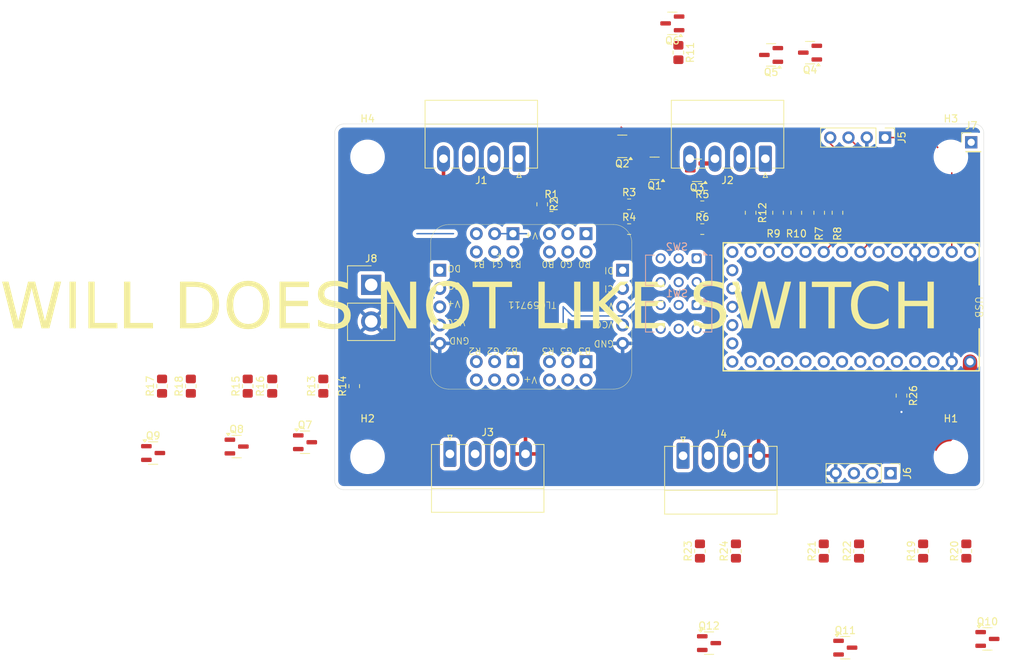
<source format=kicad_pcb>
(kicad_pcb (version 20241229) (generator "pcbnew") (generator_version "9.0")
  (layers (0 "F.Cu" signal) (2 "B.Cu" signal) (13 "F.Paste" user) (15 "B.Paste" user) (5 "F.SilkS" user "F.Silkscreen") (7 "B.SilkS" user "B.Silkscreen") (1 "F.Mask" user) (3 "B.Mask" user) (25 "Edge.Cuts" user))
  (net 0 "")
  (net 1 "Net-(Q1-G)")
  (net 2 "GND")
  (net 3 "Net-(Q2-G)")
  (net 4 "Net-(Q3-G)")
  (net 5 "Net-(Q4-G)")
  (net 6 "Net-(Q5-G)")
  (net 7 "Net-(Q6-G)")
  (net 8 "Net-(Q7-G)")
  (net 9 "Net-(Q8-G)")
  (net 10 "Net-(Q9-G)")
  (net 11 "Net-(Q10-G)")
  (net 12 "Net-(Q11-G)")
  (net 13 "Net-(Q12-G)")
  (net 14 "/SR0")
  (net 15 "/SG0")
  (net 16 "/SB0")
  (net 17 "EN")
  (net 18 "Net-(J1-G)")
  (net 19 "Net-(J1-R)")
  (net 20 "/SB1")
  (net 21 "/SG1")
  (net 22 "/SR1")
  (net 23 "/SB2")
  (net 24 "/SG2")
  (net 25 "/SR2")
  (net 26 "/SB3")
  (net 27 "/SG3")
  (net 28 "/SR3")
  (net 29 "Net-(J1-B)")
  (net 30 "Net-(J6-Vcc)")
  (net 31 "Net-(J6-CI)")
  (net 32 "Net-(J6-DI)")
  (net 33 "Net-(J2-B)")
  (net 34 "Net-(J2-G)")
  (net 35 "Net-(J2-R)")
  (net 36 "Net-(J3-B)")
  (net 37 "Net-(J3-G)")
  (net 38 "/MOSI")
  (net 39 "Net-(J3-R)")
  (net 40 "Net-(J4-B)")
  (net 41 "Net-(J4-G)")
  (net 42 "+5V")
  (net 43 "Net-(J4-R)")
  (net 45 "+12V")
  (net 46 "Net-(U1-V+)")
  (net 47 "Net-(U1-DI)")
  (net 48 "Net-(U1-CI)")
  (net 49 "/SCK")
  (net 52 "Net-(J5-Speed)")
  (net 59 "Net-(J5-Bright)")
  (net 66 "Net-(J7-Pin_1)")
  (footprint "Resistor_SMD:R_0805_2012Metric_Pad1.20x1.40mm_HandSolder" (layer "F.Cu") (at 141.86 87.36 -90)
    (property "Reference" "R2" (at 0 -1.65 270) (layer "F.SilkS"))
    (property "Value" "5.1K")
    (pad "1" smd roundrect (at -1 0 270) (size 1.2 1.4) (layers "F.Cu" "F.Mask" "F.Paste") (roundrect_rratio 0.208333) (net 1 "Net-(Q1-G)"))
    (pad "2" smd roundrect (at 1 0 270) (size 1.2 1.4) (layers "F.Cu" "F.Mask" "F.Paste") (roundrect_rratio 0.208333) (net 17 "EN"))
  )
  (footprint "Package_TO_SOT_SMD:SOT-23" (layer "F.Cu") (at 87.8175 121.91)
    (property "Reference" "Q9" (at 0 -2.4 0) (layer "F.SilkS"))
    (property "Value" "DMN13H750S")
    (pad "1" smd roundrect (at -0.9375 -0.95) (size 1.475 0.6) (layers "F.Cu" "F.Mask" "F.Paste") (net 10 "Net-(Q9-G)"))
    (pad "2" smd roundrect (at -0.9375 0.95) (size 1.475 0.6) (layers "F.Cu" "F.Mask" "F.Paste") (net 2 "GND"))
    (pad "3" smd roundrect (at 0.9375 0) (size 1.475 0.6) (layers "F.Cu" "F.Mask" "F.Paste") (net 39 "Net-(J3-R)"))
  )
  (footprint "Connector_Phoenix_MC:PhoenixContact_MC_1,5_4-G-3.5_1x04_P3.50mm_Horizontal" (layer "F.Cu") (at 129.044 122.0355)
    (property "Reference" "J3" (at 5.25 -3 0) (layer "F.SilkS"))
    (property "Value" "LED Strip")
    (pad "1" thru_hole roundrect (at 0 0) (size 1.8 3.6) (drill 1.2) (layers "*.Cu" "*.Mask") (roundrect_rratio 0.138889) (net 39 "Net-(J3-R)"))
    (pad "2" thru_hole oval (at 3.5 0) (size 1.8 3.6) (drill 1.2) (layers "*.Cu" "*.Mask") (net 37 "Net-(J3-G)"))
    (pad "3" thru_hole oval (at 7 0) (size 1.8 3.6) (drill 1.2) (layers "*.Cu" "*.Mask") (net 36 "Net-(J3-B)"))
    (pad "4" thru_hole oval (at 10.5 0) (size 1.8 3.6) (drill 1.2) (layers "*.Cu" "*.Mask") (net 45 "+12V"))
  )
  (footprint "Resistor_SMD:R_0805_2012Metric_Pad1.20x1.40mm_HandSolder" (layer "F.Cu") (at 168.775 135.525 90)
    (property "Reference" "R24" (at 0 -1.65 90) (layer "F.SilkS"))
    (property "Value" "5.1K")
    (pad "1" smd roundrect (at -1 0 90) (size 1.2 1.4) (layers "F.Cu" "F.Mask" "F.Paste") (roundrect_rratio 0.208333) (net 13 "Net-(Q12-G)"))
    (pad "2" smd roundrect (at 1 0 90) (size 1.2 1.4) (layers "F.Cu" "F.Mask" "F.Paste") (roundrect_rratio 0.208333) (net 17 "EN"))
  )
  (footprint "MountingHole:MountingHole_4.3mm_M4" (layer "F.Cu") (at 198.628 80.772)
    (property "Reference" "H3" (at 0 -5.3 0) (layer "F.SilkS"))
    (property "Value" "MountingHole")
    (pad "" np_thru_hole circle (at 0 0) (size 4.3 4.3) (drill 4.3) (layers "*.Cu" "*.Mask"))
  )
  (footprint "Resistor_SMD:R_0805_2012Metric_Pad1.20x1.40mm_HandSolder" (layer "F.Cu") (at 182.88 88.535 -90)
    (property "Reference" "R8" (at 2.905 0 270) (layer "F.SilkS"))
    (property "Value" "5.1K")
    (pad "1" smd roundrect (at -1 0 270) (size 1.2 1.4) (layers "F.Cu" "F.Mask" "F.Paste") (roundrect_rratio 0.208333) (net 5 "Net-(Q4-G)"))
    (pad "2" smd roundrect (at 1 0 270) (size 1.2 1.4) (layers "F.Cu" "F.Mask" "F.Paste") (roundrect_rratio 0.208333) (net 17 "EN"))
  )
  (footprint "Resistor_SMD:R_0805_2012Metric_Pad1.20x1.40mm_HandSolder" (layer "F.Cu") (at 180.975 135.525 90)
    (property "Reference" "R21" (at 0 -1.65 90) (layer "F.SilkS"))
    (property "Value" "1K")
    (pad "1" smd roundrect (at -1 0 90) (size 1.2 1.4) (layers "F.Cu" "F.Mask" "F.Paste") (roundrect_rratio 0.208333) (net 12 "Net-(Q11-G)"))
    (pad "2" smd roundrect (at 1 0 90) (size 1.2 1.4) (layers "F.Cu" "F.Mask" "F.Paste") (roundrect_rratio 0.208333) (net 27 "/SG3"))
  )
  (footprint "Resistor_SMD:R_0805_2012Metric_Pad1.20x1.40mm_HandSolder" (layer "F.Cu") (at 93.0575 112.62 90)
    (property "Reference" "R18" (at 0 -1.65 90) (layer "F.SilkS"))
    (property "Value" "5.1K")
    (pad "1" smd roundrect (at -1 0 90) (size 1.2 1.4) (layers "F.Cu" "F.Mask" "F.Paste") (roundrect_rratio 0.208333) (net 10 "Net-(Q9-G)"))
    (pad "2" smd roundrect (at 1 0 90) (size 1.2 1.4) (layers "F.Cu" "F.Mask" "F.Paste") (roundrect_rratio 0.208333) (net 17 "EN"))
  )
  (footprint "Resistor_SMD:R_0805_2012Metric_Pad1.20x1.40mm_HandSolder" (layer "F.Cu") (at 104.3575 112.62 90)
    (property "Reference" "R16" (at 0 -1.65 90) (layer "F.SilkS"))
    (property "Value" "5.1K")
    (pad "1" smd roundrect (at -1 0 90) (size 1.2 1.4) (layers "F.Cu" "F.Mask" "F.Paste") (roundrect_rratio 0.208333) (net 9 "Net-(Q8-G)"))
    (pad "2" smd roundrect (at 1 0 90) (size 1.2 1.4) (layers "F.Cu" "F.Mask" "F.Paste") (roundrect_rratio 0.208333) (net 17 "EN"))
  )
  (footprint "Package_TO_SOT_SMD:SOT-23" (layer "F.Cu") (at 203.705 147.735)
    (property "Reference" "Q10" (at 0 -2.4 0) (layer "F.SilkS"))
    (property "Value" "DMN13H750S")
    (pad "1" smd roundrect (at -0.9375 -0.95) (size 1.475 0.6) (layers "F.Cu" "F.Mask" "F.Paste") (net 11 "Net-(Q10-G)"))
    (pad "2" smd roundrect (at -0.9375 0.95) (size 1.475 0.6) (layers "F.Cu" "F.Mask" "F.Paste") (net 2 "GND"))
    (pad "3" smd roundrect (at 0.9375 0) (size 1.475 0.6) (layers "F.Cu" "F.Mask" "F.Paste") (net 40 "Net-(J4-B)"))
  )
  (footprint "Resistor_SMD:R_0805_2012Metric_Pad1.20x1.40mm_HandSolder" (layer "F.Cu") (at 174.625 88.535 -90)
    (property "Reference" "R9" (at 2.905 0.635 180) (layer "F.SilkS"))
    (property "Value" "1K")
    (pad "1" smd roundrect (at -1 0 270) (size 1.2 1.4) (layers "F.Cu" "F.Mask" "F.Paste") (roundrect_rratio 0.208333) (net 6 "Net-(Q5-G)"))
    (pad "2" smd roundrect (at 1 0 270) (size 1.2 1.4) (layers "F.Cu" "F.Mask" "F.Paste") (roundrect_rratio 0.208333) (net 21 "/SG1"))
  )
  (footprint "Resistor_SMD:R_0805_2012Metric_Pad1.20x1.40mm_HandSolder" (layer "F.Cu") (at 115.7575 112.62 90)
    (property "Reference" "R14" (at 0 -1.65 90) (layer "F.SilkS"))
    (property "Value" "5.1K")
    (pad "1" smd roundrect (at -1 0 90) (size 1.2 1.4) (layers "F.Cu" "F.Mask" "F.Paste") (roundrect_rratio 0.208333) (net 8 "Net-(Q7-G)"))
    (pad "2" smd roundrect (at 1 0 90) (size 1.2 1.4) (layers "F.Cu" "F.Mask" "F.Paste") (roundrect_rratio 0.208333) (net 17 "EN"))
  )
  (footprint "Package_TO_SOT_SMD:SOT-23" (layer "F.Cu") (at 99.4175 121.01)
    (property "Reference" "Q8" (at 0 -2.4 0) (layer "F.SilkS"))
    (property "Value" "DMN13H750S")
    (pad "1" smd roundrect (at -0.9375 -0.95) (size 1.475 0.6) (layers "F.Cu" "F.Mask" "F.Paste") (net 9 "Net-(Q8-G)"))
    (pad "2" smd roundrect (at -0.9375 0.95) (size 1.475 0.6) (layers "F.Cu" "F.Mask" "F.Paste") (net 2 "GND"))
    (pad "3" smd roundrect (at 0.9375 0) (size 1.475 0.6) (layers "F.Cu" "F.Mask" "F.Paste") (net 37 "Net-(J3-G)"))
  )
  (footprint "Resistor_SMD:R_0805_2012Metric_Pad1.20x1.40mm_HandSolder" (layer "F.Cu") (at 100.9575 112.62 90)
    (property "Reference" "R15" (at 0 -1.65 90) (layer "F.SilkS"))
    (property "Value" "1K")
    (pad "1" smd roundrect (at -1 0 90) (size 1.2 1.4) (layers "F.Cu" "F.Mask" "F.Paste") (roundrect_rratio 0.208333) (net 9 "Net-(Q8-G)"))
    (pad "2" smd roundrect (at 1 0 90) (size 1.2 1.4) (layers "F.Cu" "F.Mask" "F.Paste") (roundrect_rratio 0.208333) (net 24 "/SG2"))
  )
  (footprint "Package_TO_SOT_SMD:SOT-23" (layer "F.Cu") (at 152.9865 79.314 180)
    (property "Reference" "Q2" (at 0 -2.4 180) (layer "F.SilkS"))
    (property "Value" "DMN13H750S")
    (pad "1" smd roundrect (at -0.9375 -0.95 180) (size 1.475 0.6) (layers "F.Cu" "F.Mask" "F.Paste") (net 3 "Net-(Q2-G)"))
    (pad "2" smd roundrect (at -0.9375 0.95 180) (size 1.475 0.6) (layers "F.Cu" "F.Mask" "F.Paste") (net 2 "GND"))
    (pad "3" smd roundrect (at 0.9375 0 180) (size 1.475 0.6) (layers "F.Cu" "F.Mask" "F.Paste") (net 18 "Net-(J1-G)"))
  )
  (footprint "Connector_Samtec_HPM_THT:Samtec_HPM-02-01-x-S_Straight_1x02_Pitch5.08mm" (layer "F.Cu") (at 118.11 98.552)
    (property "Reference" "J8" (at 0 -3.65 0) (layer "F.SilkS"))
    (property "Value" "Power")
    (pad "1" thru_hole rect (at 0 0) (size 2.8 2.8) (drill 1.75) (layers "*.Cu" "*.Mask") (net 45 "+12V"))
    (pad "2" thru_hole circle (at 0 5.08) (size 2.8 2.8) (drill 1.75) (layers "*.Cu" "*.Mask") (net 2 "GND"))
  )
  (footprint "Resistor_SMD:R_0805_2012Metric_Pad1.20x1.40mm_HandSolder" (layer "F.Cu") (at 191.77 113.935 -90)
    (property "Reference" "R26" (at 0 -1.65 90) (layer "F.SilkS"))
    (property "Value" "10K")
    (pad "1" smd roundrect (at -1 0 270) (size 1.2 1.4) (layers "F.Cu" "F.Mask" "F.Paste") (roundrect_rratio 0.208333) (net 17 "EN"))
    (pad "2" smd roundrect (at 1 0 270) (size 1.2 1.4) (layers "F.Cu" "F.Mask" "F.Paste") (roundrect_rratio 0.208333) (net 2 "GND"))
  )
  (footprint "Resistor_SMD:R_0805_2012Metric_Pad1.20x1.40mm_HandSolder" (layer "F.Cu") (at 111.4575 112.62 90)
    (property "Reference" "R13" (at 0 -1.65 90) (layer "F.SilkS"))
    (property "Value" "1K")
    (pad "1" smd roundrect (at -1 0 90) (size 1.2 1.4) (layers "F.Cu" "F.Mask" "F.Paste") (roundrect_rratio 0.208333) (net 8 "Net-(Q7-G)"))
    (pad "2" smd roundrect (at 1 0 90) (size 1.2 1.4) (layers "F.Cu" "F.Mask" "F.Paste") (roundrect_rratio 0.208333) (net 23 "/SB2"))
  )
  (footprint "Resistor_SMD:R_0805_2012Metric_Pad1.20x1.40mm_HandSolder" (layer "F.Cu") (at 200.775 135.525 90)
    (property "Reference" "R20" (at 0 -1.65 90) (layer "F.SilkS"))
    (property "Value" "5.1K")
    (pad "1" smd roundrect (at -1 0 90) (size 1.2 1.4) (layers "F.Cu" "F.Mask" "F.Paste") (roundrect_rratio 0.208333) (net 11 "Net-(Q10-G)"))
    (pad "2" smd roundrect (at 1 0 90) (size 1.2 1.4) (layers "F.Cu" "F.Mask" "F.Paste") (roundrect_rratio 0.208333) (net 17 "EN"))
  )
  (footprint "Connector_Phoenix_MC:PhoenixContact_MC_1,5_4-G-3.5_1x04_P3.50mm_Horizontal" (layer "F.Cu") (at 161.429 122.2895)
    (property "Reference" "J4" (at 5.25 -3 0) (layer "F.SilkS"))
    (property "Value" "LED Strip")
    (pad "1" thru_hole roundrect (at 0 0) (size 1.8 3.6) (drill 1.2) (layers "*.Cu" "*.Mask") (roundrect_rratio 0.138889) (net 43 "Net-(J4-R)"))
    (pad "2" thru_hole oval (at 3.5 0) (size 1.8 3.6) (drill 1.2) (layers "*.Cu" "*.Mask") (net 41 "Net-(J4-G)"))
    (pad "3" thru_hole oval (at 7 0) (size 1.8 3.6) (drill 1.2) (layers "*.Cu" "*.Mask") (net 40 "Net-(J4-B)"))
    (pad "4" thru_hole oval (at 10.5 0) (size 1.8 3.6) (drill 1.2) (layers "*.Cu" "*.Mask") (net 45 "+12V"))
  )
  (footprint "Connector_Phoenix_MC:PhoenixContact_MC_1,5_4-G-3.5_1x04_P3.50mm_Horizontal" (layer "F.Cu") (at 172.859 81.026 180)
    (property "Reference" "J2" (at 5.25 -3 0) (layer "F.SilkS"))
    (property "Value" "LED Strip")
    (pad "1" thru_hole roundrect (at 0 0 180) (size 1.8 3.6) (drill 1.2) (layers "*.Cu" "*.Mask") (roundrect_rratio 0.138889) (net 35 "Net-(J2-R)"))
    (pad "2" thru_hole oval (at 3.5 0 180) (size 1.8 3.6) (drill 1.2) (layers "*.Cu" "*.Mask") (net 34 "Net-(J2-G)"))
    (pad "3" thru_hole oval (at 7 0 180) (size 1.8 3.6) (drill 1.2) (layers "*.Cu" "*.Mask") (net 33 "Net-(J2-B)"))
    (pad "4" thru_hole oval (at 10.5 0 180) (size 1.8 3.6) (drill 1.2) (layers "*.Cu" "*.Mask") (net 45 "+12V"))
  )
  (footprint "Package_TO_SOT_SMD:SOT-23" (layer "F.Cu") (at 179.07 66.294 180)
    (property "Reference" "Q4" (at 0 -2.4 180) (layer "F.SilkS"))
    (property "Value" "DMN13H750S")
    (pad "1" smd roundrect (at -0.9375 -0.95 180) (size 1.475 0.6) (layers "F.Cu" "F.Mask" "F.Paste") (net 5 "Net-(Q4-G)"))
    (pad "2" smd roundrect (at -0.9375 0.95 180) (size 1.475 0.6) (layers "F.Cu" "F.Mask" "F.Paste") (net 2 "GND"))
    (pad "3" smd roundrect (at 0.9375 0 180) (size 1.475 0.6) (layers "F.Cu" "F.Mask" "F.Paste") (net 33 "Net-(J2-B)"))
  )
  (footprint "MountingHole:MountingHole_4.3mm_M4" (layer "F.Cu") (at 117.602 80.772)
    (property "Reference" "H4" (at 0 -5.3 0) (layer "F.SilkS"))
    (property "Value" "MountingHole")
    (pad "" np_thru_hole circle (at 0 0) (size 4.3 4.3) (drill 4.3) (layers "*.Cu" "*.Mask"))
  )
  (footprint "Resistor_SMD:R_0805_2012Metric_Pad1.20x1.40mm_HandSolder" (layer "F.Cu") (at 170.815 88.535 -90)
    (property "Reference" "R12" (at 0 -1.65 270) (layer "F.SilkS"))
    (property "Value" "5.1K")
    (pad "1" smd roundrect (at -1 0 270) (size 1.2 1.4) (layers "F.Cu" "F.Mask" "F.Paste") (roundrect_rratio 0.208333) (net 7 "Net-(Q6-G)"))
    (pad "2" smd roundrect (at 1 0 270) (size 1.2 1.4) (layers "F.Cu" "F.Mask" "F.Paste") (roundrect_rratio 0.208333) (net 17 "EN"))
  )
  (footprint "Connector_PinHeader_2.54mm:PinHeader_1x04_P2.54mm_Vertical" (layer "F.Cu") (at 189.490393 78.089113 -90)
    (property "Reference" "J5" (at 0 -2.33 90) (layer "F.SilkS"))
    (property "Value" "Control")
    (pad "1" thru_hole rect (at 0 0 270) (size 1.7 1.7) (drill 1) (layers "*.Cu" "*.Mask") (net 42 "+5V"))
    (pad "2" thru_hole oval (at 0 2.54 270) (size 1.7 1.7) (drill 1) (layers "*.Cu" "*.Mask") (net 2 "GND"))
    (pad "3" thru_hole oval (at 0 5.08 270) (size 1.7 1.7) (drill 1) (layers "*.Cu" "*.Mask") (net 59 "Net-(J5-Bright)"))
    (pad "4" thru_hole oval (at 0 7.62 270) (size 1.7 1.7) (drill 1) (layers "*.Cu" "*.Mask") (net 52 "Net-(J5-Speed)"))
  )
  (footprint "Connector_PinHeader_2.54mm:PinHeader_1x01_P2.54mm_Vertical" (layer "F.Cu") (at 201.455 78.75)
    (property "Reference" "J7" (at 0 -2.33 0) (layer "F.SilkS"))
    (property "Value" "Ant")
    (pad "1" thru_hole rect (at 0 0) (size 1.7 1.7) (drill 1) (layers "*.Cu" "*.Mask") (net 66 "Net-(J7-Pin_1)"))
  )
  (footprint "Connector_PinHeader_2.54mm:PinHeader_1x04_P2.54mm_Vertical" (layer "F.Cu") (at 190.246 124.714 -90)
    (property "Reference" "J6" (at 0 -2.33 90) (layer "F.SilkS"))
    (property "Value" "SPI_INPUT_HEADER")
    (pad "1" thru_hole rect (at 0 0 270) (size 1.7 1.7) (drill 1) (layers "*.Cu" "*.Mask") (net 32 "Net-(J6-DI)"))
    (pad "2" thru_hole oval (at 0 2.54 270) (size 1.7 1.7) (drill 1) (layers "*.Cu" "*.Mask") (net 31 "Net-(J6-CI)"))
    (pad "3" thru_hole oval (at 0 5.08 270) (size 1.7 1.7) (drill 1) (layers "*.Cu" "*.Mask") (net 30 "Net-(J6-Vcc)"))
    (pad "4" thru_hole oval (at 0 7.62 270) (size 1.7 1.7) (drill 1) (layers "*.Cu" "*.Mask") (net 2 "GND"))
  )
  (footprint "Connector_Phoenix_MC:PhoenixContact_MC_1,5_4-G-3.5_1x04_P3.50mm_Horizontal" (layer "F.Cu") (at 138.655 81.026 180)
    (property "Reference" "J1" (at 5.25 -3 180) (layer "F.SilkS"))
    (property "Value" "LED Strip")
    (pad "1" thru_hole roundrect (at 0 0 180) (size 1.8 3.6) (drill 1.2) (layers "*.Cu" "*.Mask") (roundrect_rratio 0.138889) (net 19 "Net-(J1-R)"))
    (pad "2" thru_hole oval (at 3.5 0 180) (size 1.8 3.6) (drill 1.2) (layers "*.Cu" "*.Mask") (net 18 "Net-(J1-G)"))
    (pad "3" thru_hole oval (at 7 0 180) (size 1.8 3.6) (drill 1.2) (layers "*.Cu" "*.Mask") (net 29 "Net-(J1-B)"))
    (pad "4" thru_hole oval (at 10.5 0 180) (size 1.8 3.6) (drill 1.2) (layers "*.Cu" "*.Mask") (net 45 "+12V"))
  )
  (footprint "Package_TO_SOT_SMD:SOT-23" (layer "F.Cu") (at 183.965 148.945)
    (property "Reference" "Q11" (at 0 -2.4 0) (layer "F.SilkS"))
    (property "Value" "DMN13H750S")
    (pad "1" smd roundrect (at -0.9375 -0.95) (size 1.475 0.6) (layers "F.Cu" "F.Mask" "F.Paste") (net 12 "Net-(Q11-G)"))
    (pad "2" smd roundrect (at -0.9375 0.95) (size 1.475 0.6) (layers "F.Cu" "F.Mask" "F.Paste") (net 2 "GND"))
    (pad "3" smd roundrect (at 0.9375 0) (size 1.475 0.6) (layers "F.Cu" "F.Mask" "F.Paste") (net 41 "Net-(J4-G)"))
  )
  (footprint "MountingHole:MountingHole_4.3mm_M4" (layer "F.Cu") (at 117.602 122.428)
    (property "Reference" "H2" (at 0 -5.3 0) (layer "F.SilkS"))
    (property "Value" "MountingHole")
    (pad "" np_thru_hole circle (at 0 0) (size 4.3 4.3) (drill 4.3) (layers "*.Cu" "*.Mask"))
  )
  (footprint "Resistor_SMD:R_0805_2012Metric_Pad1.20x1.40mm_HandSolder" (layer "F.Cu") (at 164.1 90.805)
    (property "Reference" "R6" (at 0 -1.65 0) (layer "F.SilkS"))
    (property "Value" "5.1K")
    (pad "1" smd roundrect (at -1 0) (size 1.2 1.4) (layers "F.Cu" "F.Mask" "F.Paste") (roundrect_rratio 0.208333) (net 4 "Net-(Q3-G)"))
    (pad "2" smd roundrect (at 1 0) (size 1.2 1.4) (layers "F.Cu" "F.Mask" "F.Paste") (roundrect_rratio 0.208333) (net 17 "EN"))
  )
  (footprint "Package_TO_SOT_SMD:SOT-23" (layer "F.Cu") (at 163.37 82.64 180)
    (property "Reference" "Q3" (at 0 -2.4 180) (layer "F.SilkS"))
    (property "Value" "DMN13H750S")
    (pad "1" smd roundrect (at -0.9375 -0.95 180) (size 1.475 0.6) (layers "F.Cu" "F.Mask" "F.Paste") (net 4 "Net-(Q3-G)"))
    (pad "2" smd roundrect (at -0.9375 0.95 180) (size 1.475 0.6) (layers "F.Cu" "F.Mask" "F.Paste") (net 2 "GND"))
    (pad "3" smd roundrect (at 0.9375 0 180) (size 1.475 0.6) (layers "F.Cu" "F.Mask" "F.Paste") (net 19 "Net-(J1-R)"))
  )
  (footprint "Resistor_SMD:R_0805_2012Metric_Pad1.20x1.40mm_HandSolder" (layer "F.Cu") (at 153.94 90.805)
    (property "Reference" "R4" (at 0 -1.65 0) (layer "F.SilkS"))
    (property "Value" "5.1K")
    (pad "1" smd roundrect (at -1 0) (size 1.2 1.4) (layers "F.Cu" "F.Mask" "F.Paste") (roundrect_rratio 0.208333) (net 3 "Net-(Q2-G)"))
    (pad "2" smd roundrect (at 1 0) (size 1.2 1.4) (layers "F.Cu" "F.Mask" "F.Paste") (roundrect_rratio 0.208333) (net 17 "EN"))
  )
  (footprint "Resistor_SMD:R_0805_2012Metric_Pad1.20x1.40mm_HandSolder" (layer "F.Cu") (at 153.94 87.36)
    (property "Reference" "R3" (at 0 -1.65 0) (layer "F.SilkS"))
    (property "Value" "1K")
    (pad "1" smd roundrect (at -1 0) (size 1.2 1.4) (layers "F.Cu" "F.Mask" "F.Paste") (roundrect_rratio 0.208333) (net 3 "Net-(Q2-G)"))
    (pad "2" smd roundrect (at 1 0) (size 1.2 1.4) (layers "F.Cu" "F.Mask" "F.Paste") (roundrect_rratio 0.208333) (net 15 "/SG0"))
  )
  (footprint "Resistor_SMD:R_0805_2012Metric_Pad1.20x1.40mm_HandSolder" (layer "F.Cu") (at 180.34 88.535 -90)
    (property "Reference" "R7" (at 2.905 0 270) (layer "F.SilkS"))
    (property "Value" "1K")
    (pad "1" smd roundrect (at -1 0 270) (size 1.2 1.4) (layers "F.Cu" "F.Mask" "F.Paste") (roundrect_rratio 0.208333) (net 5 "Net-(Q4-G)"))
    (pad "2" smd roundrect (at 1 0 270) (size 1.2 1.4) (layers "F.Cu" "F.Mask" "F.Paste") (roundrect_rratio 0.208333) (net 20 "/SB1"))
  )
  (footprint "Resistor_SMD:R_0805_2012Metric_Pad1.20x1.40mm_HandSolder" (layer "F.Cu") (at 164.1 87.63)
    (property "Reference" "R5" (at 0 -1.65 0) (layer "F.SilkS"))
    (property "Value" "1K")
    (pad "1" smd roundrect (at -1 0) (size 1.2 1.4) (layers "F.Cu" "F.Mask" "F.Paste") (roundrect_rratio 0.208333) (net 4 "Net-(Q3-G)"))
    (pad "2" smd roundrect (at 1 0) (size 1.2 1.4) (layers "F.Cu" "F.Mask" "F.Paste") (roundrect_rratio 0.208333) (net 14 "/SR0"))
  )
  (footprint "Package_TO_SOT_SMD:SOT-23" (layer "F.Cu") (at 173.6575 66.614 180)
    (property "Reference" "Q5" (at 0 -2.4 180) (layer "F.SilkS"))
    (property "Value" "DMN13H750S")
    (pad "1" smd roundrect (at -0.9375 -0.95 180) (size 1.475 0.6) (layers "F.Cu" "F.Mask" "F.Paste") (net 6 "Net-(Q5-G)"))
    (pad "2" smd roundrect (at -0.9375 0.95 180) (size 1.475 0.6) (layers "F.Cu" "F.Mask" "F.Paste") (net 2 "GND"))
    (pad "3" smd roundrect (at 0.9375 0 180) (size 1.475 0.6) (layers "F.Cu" "F.Mask" "F.Paste") (net 34 "Net-(J2-G)"))
  )
  (footprint "will:Itsy_bitsy_32u4" (layer "F.Cu") (at 184.785 101.6 -90)
    (property "Reference" "U2" (hide yes))
    (property "Value" "ITSY_BITSY_32U4")
    (fp_text user "USB" (at -1.524 -17.145 270) (layer "F.SilkS") (effects (font (thickness 0.1)) (justify left bottom)))
    (pad "1" thru_hole circle (at -7.62 -16.51 270) (size 1.6764 1.6764) (drill 1) (layers "*.Cu" "*.Mask"))
    (pad "2" thru_hole circle (at -7.62 -13.97 270) (size 1.6764 1.6764) (drill 1) (layers "*.Cu" "*.Mask") (net 42 "+5V"))
    (pad "3" thru_hole circle (at -7.62 -11.43 270) (size 1.6764 1.6764) (drill 1) (layers "*.Cu" "*.Mask"))
    (pad "4" thru_hole circle (at -7.62 -8.89 270) (size 1.6764 1.6764) (drill 1) (layers "*.Cu" "*.Mask") (net 2 "GND"))
    (pad "5" thru_hole circle (at -7.62 -6.35 270) (size 1.6764 1.6764) (drill 1) (layers "*.Cu" "*.Mask") (net 66 "Net-(J7-Pin_1)"))
    (pad "6" thru_hole circle (at -7.62 -3.81 270) (size 1.6764 1.6764) (drill 1) (layers "*.Cu" "*.Mask"))
    (pad "7" thru_hole circle (at -7.62 -1.27 270) (size 1.6764 1.6764) (drill 1) (layers "*.Cu" "*.Mask") (net 59 "Net-(J5-Bright)"))
    (pad "8" thru_hole circle (at -7.62 1.27 270) (size 1.6764 1.6764) (drill 1) (layers "*.Cu" "*.Mask"))
    (pad "9" thru_hole circle (at -7.62 3.81 270) (size 1.6764 1.6764) (drill 1) (layers "*.Cu" "*.Mask") (net 52 "Net-(J5-Speed)"))
    (pad "10" thru_hole circle (at -7.62 6.35 270) (size 1.6764 1.6764) (drill 1) (layers "*.Cu" "*.Mask"))
    (pad "11" thru_hole circle (at -7.62 8.89 270) (size 1.6764 1.6764) (drill 1) (layers "*.Cu" "*.Mask") (net 49 "/SCK"))
    (pad "12" thru_hole circle (at -7.62 11.43 270) (size 1.6764 1.6764) (drill 1) (layers "*.Cu" "*.Mask") (net 38 "/MOSI"))
    (pad "13" thru_hole circle (at -7.62 13.97 270) (size 1.6764 1.6764) (drill 1) (layers "*.Cu" "*.Mask"))
    (pad "14" thru_hole circle (at -7.62 16.51 270) (size 1.6764 1.6764) (drill 1) (layers "*.Cu" "*.Mask"))
    (pad "15" thru_hole circle (at 7.62 16.51 270) (size 1.6764 1.6764) (drill 1) (layers "*.Cu" "*.Mask"))
    (pad "16" thru_hole circle (at 7.62 13.97 270) (size 1.6764 1.6764) (drill 1) (layers "*.Cu" "*.Mask"))
    (pad "17" thru_hole circle (at 7.62 11.43 270) (size 1.6764 1.6764) (drill 1) (layers "*.Cu" "*.Mask"))
    (pad "18" thru_hole circle (at 7.62 8.89 270) (size 1.6764 1.6764) (drill 1) (layers "*.Cu" "*.Mask"))
    (pad "19" thru_hole circle (at 7.62 6.35 270) (size 1.6764 1.6764) (drill 1) (layers "*.Cu" "*.Mask"))
    (pad "20" thru_hole circle (at 7.62 3.81 270) (size 1.6764 1.6764) (drill 1) (layers "*.Cu" "*.Mask"))
    (pad "21" thru_hole circle (at 7.62 1.27 270) (size 1.6764 1.6764) (drill 1) (layers "*.Cu" "*.Mask"))
    (pad "22" thru_hole circle (at 7.62 -1.27 270) (size 1.6764 1.6764) (drill 1) (layers "*.Cu" "*.Mask"))
    (pad "23" thru_hole circle (at 7.62 -3.81 270) (size 1.6764 1.6764) (drill 1) (layers "*.Cu" "*.Mask"))
    (pad "24" thru_hole circle (at 7.62 -6.35 270) (size 1.6764 1.6764) (drill 1) (layers "*.Cu" "*.Mask") (net 17 "EN"))
    (pad "25" thru_hole circle (at 7.62 -8.89 270) (size 1.6764 1.6764) (drill 1) (layers "*.Cu" "*.Mask"))
    (pad "26" thru_hole circle (at 7.62 -11.43 270) (size 1.6764 1.6764) (drill 1) (layers "*.Cu" "*.Mask"))
    (pad "27" thru_hole circle (at 7.62 -13.97 270) (size 1.6764 1.6764) (drill 1) (layers "*.Cu" "*.Mask") (net 2 "GND"))
    (pad "28" thru_hole circle (at 7.62 -16.51 270) (size 1.6764 1.6764) (drill 1) (layers "*.Cu" "*.Mask") (net 45 "+12V"))
    (pad "29" thru_hole circle (at -5.08 16.51 270) (size 1.6764 1.6764) (drill 1) (layers "*.Cu" "*.Mask"))
    (pad "30" thru_hole circle (at -2.54 16.51 270) (size 1.6764 1.6764) (drill 1) (layers "*.Cu" "*.Mask"))
    (pad "31" thru_hole circle (at 0 16.51 270) (size 1.6764 1.6764) (drill 1) (layers "*.Cu" "*.Mask"))
    (pad "32" thru_hole circle (at 2.54 16.51 270) (size 1.6764 1.6764) (drill 1) (layers "*.Cu" "*.Mask"))
    (pad "33" thru_hole circle (at 5.08 16.51 270) (size 1.6764 1.6764) (drill 1) (layers "*.Cu" "*.Mask"))
  )
  (footprint "Package_TO_SOT_SMD:SOT-23" (layer "F.Cu") (at 108.9175 120.41)
    (property "Reference" "Q7" (at 0 -2.4 0) (layer "F.SilkS"))
    (property "Value" "DMN13H750S")
    (pad "1" smd roundrect (at -0.9375 -0.95) (size 1.475 0.6) (layers "F.Cu" "F.Mask" "F.Paste") (net 8 "Net-(Q7-G)"))
    (pad "2" smd roundrect (at -0.9375 0.95) (size 1.475 0.6) (layers "F.Cu" "F.Mask" "F.Paste") (net 2 "GND"))
    (pad "3" smd roundrect (at 0.9375 0) (size 1.475 0.6) (layers "F.Cu" "F.Mask" "F.Paste") (net 36 "Net-(J3-B)"))
  )
  (footprint "Resistor_SMD:R_0805_2012Metric_Pad1.20x1.40mm_HandSolder" (layer "F.Cu") (at 163.775 135.525 90)
    (property "Reference" "R23" (at 0 -1.65 90) (layer "F.SilkS"))
    (property "Value" "1K")
    (pad "1" smd roundrect (at -1 0 90) (size 1.2 1.4) (layers "F.Cu" "F.Mask" "F.Paste") (roundrect_rratio 0.208333) (net 13 "Net-(Q12-G)"))
    (pad "2" smd roundrect (at 1 0 90) (size 1.2 1.4) (layers "F.Cu" "F.Mask" "F.Paste") (roundrect_rratio 0.208333) (net 28 "/SR3"))
  )
  (footprint "will:TLC59711" (layer "F.Cu") (at 140.335 101.346 180)
    (property "Reference" "U1" (hide yes))
    (property "Value" "TLC59711" (hide yes))
    (fp_text user "R1" (at 1.27 6.223 180) (layer "F.SilkS") (effects (font (size 0.9144 0.9144) (thickness 0.1016)) (justify left bottom)))
    (fp_text user "G2" (at 4.318 -5.842 180) (layer "F.SilkS") (effects (font (size 0.9144 0.9144) (thickness 0.1016)) (justify left bottom)))
    (fp_text user "G1" (at 3.81 6.223 180) (layer "F.SilkS") (effects (font (size 0.9144 0.9144) (thickness 0.1016)) (justify left bottom)))
    (fp_text user "VCC" (at 9.076509 -1.875536 180) (layer "F.SilkS") (effects (font (size 0.9144 0.9144) (thickness 0.1016)) (justify left bottom)))
    (fp_text user "DO" (at 9.689737 5.617464 180) (layer "F.SilkS") (effects (font (size 0.9144 0.9144) (thickness 0.1016)) (justify left bottom)))
    (fp_text user "+" (at 5.08 6.35 0) (layer "F.SilkS") (effects (font (size 0.93472 0.93472) (thickness 0.08128)) (justify left bottom)))
    (fp_text user "CI" (at -11.557 2.794 180) (layer "F.SilkS") (effects (font (size 0.9144 0.9144) (thickness 0.1016)) (justify left bottom)))
    (fp_text user "B3" (at -8.382 -5.842 180) (layer "F.SilkS") (effects (font (size 0.9144 0.9144) (thickness 0.1016)) (justify left bottom)))
    (fp_text user "V+" (at 9.773195 0.664464 180) (layer "F.SilkS") (effects (font (size 0.9144 0.9144) (thickness 0.1016)) (justify left bottom)))
    (fp_text user "GND" (at -11.557 -4.826 180) (layer "F.SilkS") (effects (font (size 0.9144 0.9144) (thickness 0.1016)) (justify left bottom)))
    (fp_text user "R0" (at -8.382 6.223 180) (layer "F.SilkS") (effects (font (size 0.9144 0.9144) (thickness 0.1016)) (justify left bottom)))
    (fp_text user "G0" (at -5.842 6.223 180) (layer "F.SilkS") (effects (font (size 0.9144 0.9144) (thickness 0.1016)) (justify left bottom)))
    (fp_text user "B1" (at 6.35 6.223 180) (layer "F.SilkS") (effects (font (size 0.9144 0.9144) (thickness 0.1016)) (justify left bottom)))
    (fp_text user "CO" (at 9.689737 3.204464 180) (layer "F.SilkS") (effects (font (size 0.9144 0.9144) (thickness 0.1016)) (justify left bottom)))
    (fp_text user "V+" (at -0.894805 -9.876536 180) (layer "F.SilkS") (effects (font (size 0.9144 0.9144) (thickness 0.1016)) (justify left bottom)))
    (fp_text user "GND" (at 8.521337 -4.415536 180) (layer "F.SilkS") (effects (font (size 0.9144 0.9144) (thickness 0.1016)) (justify left bottom)))
    (fp_text user "R3" (at -3.302 -5.842 180) (layer "F.SilkS") (effects (font (size 0.9144 0.9144) (thickness 0.1016)) (justify left bottom)))
    (fp_text user "TLC59711" (at -0.127 0 180) (layer "F.SilkS") (effects (font (size 0.9144 0.9144) (thickness 0.1016))))
    (fp_text user "G3" (at -5.842 -5.842 180) (layer "F.SilkS") (effects (font (size 0.9144 0.9144) (thickness 0.1016)) (justify left bottom)))
    (fp_text user "V+" (at -1.021805 10.16 180) (layer "F.SilkS") (effects (font (size 0.9144 0.9144) (thickness 0.1016)) (justify left bottom)))
    (fp_text user "B0" (at -3.302 6.223 180) (layer "F.SilkS") (effects (font (size 0.9144 0.9144) (thickness 0.1016)) (justify left bottom)))
    (fp_text user "B2" (at 1.778 -5.842 180) (layer "F.SilkS") (effects (font (size 0.9144 0.9144) (thickness 0.1016)) (justify left bottom)))
    (fp_text user "VCC" (at -11.557 -2.159 180) (layer "F.SilkS") (effects (font (size 0.9144 0.9144) (thickness 0.1016)) (justify left bottom)))
    (fp_text user "DI" (at -11.557 5.334 180) (layer "F.SilkS") (effects (font (size 0.9144 0.9144) (thickness 0.1016)) (justify left bottom)))
    (fp_text user "V+" (at -11.557 0.381 180) (layer "F.SilkS") (effects (font (size 0.9144 0.9144) (thickness 0.1016)) (justify left bottom)))
    (fp_text user "R2" (at 6.858 -5.842 180) (layer "F.SilkS") (effects (font (size 0.9144 0.9144) (thickness 0.1016)) (justify left bottom)))
    (pad "1" thru_hole circle (at -12.7 -5.334) (size 1.778 1.778) (drill 1) (layers "*.Cu" "*.Mask") (net 2 "GND"))
    (pad "1" thru_hole circle (at 12.7 -5.334) (size 1.778 1.778) (drill 1) (layers "*.Cu" "*.Mask") (net 2 "GND"))
    (pad "2" thru_hole circle (at -12.7 -2.794) (size 1.778 1.778) (drill 1) (layers "*.Cu" "*.Mask") (net 46 "Net-(U1-V+)"))
    (pad "2" thru_hole circle (at 12.7 -2.794) (size 1.778 1.778) (drill 1) (layers "*.Cu" "*.Mask") (net 46 "Net-(U1-V+)"))
    (pad "3" thru_hole circle (at -12.7 -0.254) (size 1.778 1.778) (drill 1) (layers "*.Cu" "*.Mask") (net 46 "Net-(U1-V+)"))
    (pad "3" thru_hole circle (at -7.62 -10.414 270) (size 1.778 1.778) (drill 1) (layers "*.Cu" "*.Mask") (net 46 "Net-(U1-V+)"))
    (pad "3" thru_hole rect (at -7.62 9.906 270) (size 1.778 1.778) (drill 1) (layers "*.Cu" "*.Mask") (net 46 "Net-(U1-V+)"))
    (pad "3" thru_hole circle (at -5.08 -10.414 270) (size 1.778 1.778) (drill 1) (layers "*.Cu" "*.Mask") (net 46 "Net-(U1-V+)"))
    (pad "3" thru_hole circle (at -5.08 9.906 270) (size 1.778 1.778) (drill 1) (layers "*.Cu" "*.Mask") (net 46 "Net-(U1-V+)"))
    (pad "3" thru_hole circle (at -2.54 -10.414 270) (size 1.778 1.778) (drill 1) (layers "*.Cu" "*.Mask") (net 46 "Net-(U1-V+)"))
    (pad "3" thru_hole circle (at -2.54 9.906 270) (size 1.778 1.778) (drill 1) (layers "*.Cu" "*.Mask") (net 46 "Net-(U1-V+)"))
    (pad "3" thru_hole circle (at 2.54 -10.414 270) (size 1.778 1.778) (drill 1) (layers "*.Cu" "*.Mask") (net 46 "Net-(U1-V+)"))
    (pad "3" thru_hole rect (at 2.54 9.906 270) (size 1.778 1.778) (drill 1) (layers "*.Cu" "*.Mask") (net 46 "Net-(U1-V+)"))
    (pad "3" thru_hole circle (at 5.08 -10.414 270) (size 1.778 1.778) (drill 1) (layers "*.Cu" "*.Mask") (net 46 "Net-(U1-V+)"))
    (pad "3" thru_hole circle (at 5.08 9.906 270) (size 1.778 1.778) (drill 1) (layers "*.Cu" "*.Mask") (net 46 "Net-(U1-V+)"))
    (pad "3" thru_hole circle (at 7.62 -10.414 270) (size 1.778 1.778) (drill 1) (layers "*.Cu" "*.Mask") (net 46 "Net-(U1-V+)"))
    (pad "3" thru_hole circle (at 7.62 9.906 270) (size 1.778 1.778) (drill 1) (layers "*.Cu" "*.Mask") (net 46 "Net-(U1-V+)"))
    (pad "3" thru_hole circle (at 12.7 -0.254) (size 1.778 1.778) (drill 1) (layers "*.Cu" "*.Mask") (net 46 "Net-(U1-V+)"))
    (pad "4" thru_hole circle (at -12.7 2.286) (size 1.778 1.778) (drill 1) (layers "*.Cu" "*.Mask") (net 48 "Net-(U1-CI)"))
    (pad "5" thru_hole rect (at -12.7 4.826) (size 1.778 1.778) (drill 1) (layers "*.Cu" "*.Mask") (net 47 "Net-(U1-DI)"))
    (pad "6" thru_hole rect (at 12.7 4.826) (size 1.778 1.778) (drill 1) (layers "*.Cu" "*.Mask"))
    (pad "7" thru_hole circle (at 12.7 2.286) (size 1.778 1.778) (drill 1) (layers "*.Cu" "*.Mask"))
    (pad "8" thru_hole circle (at -7.62 7.366 270) (size 1.778 1.778) (drill 1) (layers "*.Cu" "*.Mask") (net 14 "/SR0"))
    (pad "9" thru_hole circle (at -5.08 7.366 270) (size 1.778 1.778) (drill 1) (layers "*.Cu" "*.Mask") (net 15 "/SG0"))
    (pad "10" thru_hole circle (at -2.54 7.366 270) (size 1.778 1.778) (drill 1) (layers "*.Cu" "*.Mask") (net 16 "/SB0"))
    (pad "11" thru_hole circle (at 2.54 7.366 270) (size 1.778 1.778) (drill 1) (layers "*.Cu" "*.Mask") (net 22 "/SR1"))
    (pad "12" thru_hole circle (at 5.08 7.366 270) (size 1.778 1.778) (drill 1) (layers "*.Cu" "*.Mask") (net 21 "/SG1"))
    (pad "13" thru_hole circle (at 7.62 7.366 270) (size 1.778 1.778) (drill 1) (layers "*.Cu" "*.Mask") (net 20 "/SB1"))
    (pad "14" thru_hole circle (at 7.62 -7.874 270) (size 1.778 1.778) (drill 1) (layers "*.Cu" "*.Mask") (net 25 "/SR2"))
    (pad "15" thru_hole circle (at 5.08 -7.874 270) (size 1.778 1.778) (drill 1) (layers "*.Cu" "*.Mask") (net 24 "/SG2"))
    (pad "16" thru_hole rect (at 2.54 -7.874 270) (size 1.778 1.778) (drill 1) (layers "*.Cu" "*.Mask") (net 23 "/SB2"))
    (pad "17" thru_hole circle (at -2.54 -7.874 270) (size 1.778 1.778) (drill 1) (layers "*.Cu" "*.Mask") (net 28 "/SR3"))
    (pad "18" thru_hole circle (at -5.08 -7.874 270) (size 1.778 1.778) (drill 1) (layers "*.Cu" "*.Mask") (net 27 "/SG3"))
    (pad "19" thru_hole rect (at -7.62 -7.874 270) (size 1.778 1.778) (drill 1) (layers "*.Cu" "*.Mask") (net 26 "/SB3"))
  )
  (footprint "Resistor_SMD:R_0805_2012Metric_Pad1.20x1.40mm_HandSolder" (layer "F.Cu") (at 143.145 87.63)
    (property "Reference" "R1" (at 0 -1.65 0) (layer "F.SilkS"))
    (property "Value" "1K")
    (pad "1" smd roundrect (at -1 0) (size 1.2 1.4) (layers "F.Cu" "F.Mask" "F.Paste") (roundrect_rratio 0.208333) (net 1 "Net-(Q1-G)"))
    (pad "2" smd roundrect (at 1 0) (size 1.2 1.4) (layers "F.Cu" "F.Mask" "F.Paste") (roundrect_rratio 0.208333) (net 16 "/SB0"))
  )
  (footprint "Resistor_SMD:R_0805_2012Metric_Pad1.20x1.40mm_HandSolder" (layer "F.Cu") (at 185.875 135.525 90)
    (property "Reference" "R22" (at 0 -1.65 90) (layer "F.SilkS"))
    (property "Value" "5.1K")
    (pad "1" smd roundrect (at -1 0 90) (size 1.2 1.4) (layers "F.Cu" "F.Mask" "F.Paste") (roundrect_rratio 0.208333) (net 12 "Net-(Q11-G)"))
    (pad "2" smd roundrect (at 1 0 90) (size 1.2 1.4) (layers "F.Cu" "F.Mask" "F.Paste") (roundrect_rratio 0.208333) (net 17 "EN"))
  )
  (footprint "Resistor_SMD:R_0805_2012Metric_Pad1.20x1.40mm_HandSolder" (layer "F.Cu") (at 177.165 88.535 -90)
    (property "Reference" "R10" (at 2.905 0 180) (layer "F.SilkS"))
    (property "Value" "5.1K")
    (pad "1" smd roundrect (at -1 0 270) (size 1.2 1.4) (layers "F.Cu" "F.Mask" "F.Paste") (roundrect_rratio 0.208333) (net 6 "Net-(Q5-G)"))
    (pad "2" smd roundrect (at 1 0 270) (size 1.2 1.4) (layers "F.Cu" "F.Mask" "F.Paste") (roundrect_rratio 0.208333) (net 17 "EN"))
  )
  (footprint "Resistor_SMD:R_0805_2012Metric_Pad1.20x1.40mm_HandSolder" (layer "F.Cu") (at 194.775 135.525 90)
    (property "Reference" "R19" (at 0 -1.65 90) (layer "F.SilkS"))
    (property "Value" "1K")
    (pad "1" smd roundrect (at -1 0 90) (size 1.2 1.4) (layers "F.Cu" "F.Mask" "F.Paste") (roundrect_rratio 0.208333) (net 11 "Net-(Q10-G)"))
    (pad "2" smd roundrect (at 1 0 90) (size 1.2 1.4) (layers "F.Cu" "F.Mask" "F.Paste") (roundrect_rratio 0.208333) (net 26 "/SB3"))
  )
  (footprint "Package_TO_SOT_SMD:SOT-23" (layer "F.Cu") (at 157.48 82.37 180)
    (property "Reference" "Q1" (at 0 -2.4 180) (layer "F.SilkS"))
    (property "Value" "DMN13H750S")
    (pad "1" smd roundrect (at -0.9375 -0.95 180) (size 1.475 0.6) (layers "F.Cu" "F.Mask" "F.Paste") (net 1 "Net-(Q1-G)"))
    (pad "2" smd roundrect (at -0.9375 0.95 180) (size 1.475 0.6) (layers "F.Cu" "F.Mask" "F.Paste") (net 2 "GND"))
    (pad "3" smd roundrect (at 0.9375 0 180) (size 1.475 0.6) (layers "F.Cu" "F.Mask" "F.Paste") (net 29 "Net-(J1-B)"))
  )
  (footprint "Resistor_SMD:R_0805_2012Metric_Pad1.20x1.40mm_HandSolder" (layer "F.Cu") (at 160.782 66.278 -90)
    (property "Reference" "R11" (at 0 -1.65 270) (layer "F.SilkS"))
    (property "Value" "1K")
    (pad "1" smd roundrect (at -1 0 270) (size 1.2 1.4) (layers "F.Cu" "F.Mask" "F.Paste") (roundrect_rratio 0.208333) (net 7 "Net-(Q6-G)"))
    (pad "2" smd roundrect (at 1 0 270) (size 1.2 1.4) (layers "F.Cu" "F.Mask" "F.Paste") (roundrect_rratio 0.208333) (net 22 "/SR1"))
  )
  (footprint "MountingHole:MountingHole_4.3mm_M4" (layer "F.Cu") (at 198.628 122.428)
    (property "Reference" "H1" (at 0 -5.3 0) (layer "F.SilkS"))
    (property "Value" "MountingHole")
    (pad "" np_thru_hole circle (at 0 0) (size 4.3 4.3) (drill 4.3) (layers "*.Cu" "*.Mask"))
  )
  (footprint "Package_TO_SOT_SMD:SOT-23" (layer "F.Cu") (at 165.035 148.315)
    (property "Reference" "Q12" (at 0 -2.4 0) (layer "F.SilkS"))
    (property "Value" "DMN13H750S")
    (pad "1" smd roundrect (at -0.9375 -0.95) (size 1.475 0.6) (layers "F.Cu" "F.Mask" "F.Paste") (net 13 "Net-(Q12-G)"))
    (pad "2" smd roundrect (at -0.9375 0.95) (size 1.475 0.6) (layers "F.Cu" "F.Mask" "F.Paste") (net 2 "GND"))
    (pad "3" smd roundrect (at 0.9375 0) (size 1.475 0.6) (layers "F.Cu" "F.Mask" "F.Paste") (net 43 "Net-(J4-R)"))
  )
  (footprint "Package_TO_SOT_SMD:SOT-23" (layer "F.Cu") (at 159.9415 62.23 180)
    (property "Reference" "Q6" (at 0 -2.4 180) (layer "F.SilkS"))
    (property "Value" "DMN13H750S")
    (pad "1" smd roundrect (at -0.9375 -0.95 180) (size 1.475 0.6) (layers "F.Cu" "F.Mask" "F.Paste") (net 7 "Net-(Q6-G)"))
    (pad "2" smd roundrect (at -0.9375 0.95 180) (size 1.475 0.6) (layers "F.Cu" "F.Mask" "F.Paste") (net 2 "GND"))
    (pad "3" smd roundrect (at 0.9375 0 180) (size 1.475 0.6) (layers "F.Cu" "F.Mask" "F.Paste") (net 35 "Net-(J2-R)"))
  )
  (footprint "Resistor_SMD:R_0805_2012Metric_Pad1.20x1.40mm_HandSolder" (layer "F.Cu") (at 89.0575 112.62 90)
    (property "Reference" "R17" (at 0 -1.65 90) (layer "F.SilkS"))
    (property "Value" "1K")
    (pad "1" smd roundrect (at -1 0 90) (size 1.2 1.4) (layers "F.Cu" "F.Mask" "F.Paste") (roundrect_rratio 0.208333) (net 10 "Net-(Q9-G)"))
    (pad "2" smd roundrect (at 1 0 90) (size 1.2 1.4) (layers "F.Cu" "F.Mask" "F.Paste") (roundrect_rratio 0.208333) (net 25 "/SR2"))
  )
  (footprint "Button_Switch_THT:SW_CK_JS202011CQN_DPDT_Straight" (layer "B.Cu") (at 163.322 101.348 180)
    (property "Reference" "SW1" (at 2.75 1.6 0) (layer "B.SilkS") (effects (justify mirror)))
    (property "Value" "SW_Slide_DPDT")
    (pad "1" thru_hole roundrect (at 0 0 180) (size 1.4 1.4) (drill 0.9) (layers "*.Cu" "*.Mask") (roundrect_rratio 0.1785714286) (net 42 "+5V"))
    (pad "2" thru_hole circle (at 2.5 0 180) (size 1.4 1.4) (drill 0.9) (layers "*.Cu" "*.Mask") (net 46 "Net-(U1-V+)"))
    (pad "3" thru_hole circle (at 5 0 180) (size 1.4 1.4) (drill 0.9) (layers "*.Cu" "*.Mask") (net 30 "Net-(J6-Vcc)"))
    (pad "4" thru_hole circle (at 5 -3.3 180) (size 1.4 1.4) (drill 0.9) (layers "*.Cu" "*.Mask"))
    (pad "5" thru_hole circle (at 2.5 -3.3 180) (size 1.4 1.4) (drill 0.9) (layers "*.Cu" "*.Mask"))
    (pad "6" thru_hole circle (at 0 -3.3 180) (size 1.4 1.4) (drill 0.9) (layers "*.Cu" "*.Mask"))
  )
  (footprint "Button_Switch_THT:SW_CK_JS202011CQN_DPDT_Straight" (layer "B.Cu") (at 163.322 94.873 180)
    (property "Reference" "SW2" (at 2.75 1.6 0) (layer "B.SilkS") (effects (justify mirror)))
    (property "Value" "SW_Slide_DPDT")
    (pad "1" thru_hole roundrect (at 0 0 180) (size 1.4 1.4) (drill 0.9) (layers "*.Cu" "*.Mask") (roundrect_rratio 0.1785714286) (net 38 "/MOSI"))
    (pad "2" thru_hole circle (at 2.5 0 180) (size 1.4 1.4) (drill 0.9) (layers "*.Cu" "*.Mask") (net 47 "Net-(U1-DI)"))
    (pad "3" thru_hole circle (at 5 0 180) (size 1.4 1.4) (drill 0.9) (layers "*.Cu" "*.Mask") (net 32 "Net-(J6-DI)"))
    (pad "4" thru_hole circle (at 5 -3.3 180) (size 1.4 1.4) (drill 0.9) (layers "*.Cu" "*.Mask") (net 31 "Net-(J6-CI)"))
    (pad "5" thru_hole circle (at 2.5 -3.3 180) (size 1.4 1.4) (drill 0.9) (layers "*.Cu" "*.Mask") (net 48 "Net-(U1-CI)"))
    (pad "6" thru_hole circle (at 0 -3.3 180) (size 1.4 1.4) (drill 0.9) (layers "*.Cu" "*.Mask") (net 49 "/SCK"))
  )
  (gr_line (start 113.03 125.73) (end 113.03 77.47) (stroke (width 0.05)) (layer "Edge.Cuts"))
  (gr_line (start 203.2 77.47) (end 203.2 125.73) (stroke (width 0.05)) (layer "Edge.Cuts"))
  (gr_arc (start 113.03 77.47) (mid 113.401974 76.571974) (end 114.3 76.2) (stroke (width 0.05)) (layer "Edge.Cuts"))
  (gr_arc (start 201.93 76.2) (mid 202.828026 76.571974) (end 203.2 77.47) (stroke (width 0.05)) (layer "Edge.Cuts"))
  (gr_line (start 201.93 127) (end 114.3 127) (stroke (width 0.05)) (layer "Edge.Cuts"))
  (gr_arc (start 114.3 127) (mid 113.401974 126.628026) (end 113.03 125.73) (stroke (width 0.05)) (layer "Edge.Cuts"))
  (gr_line (start 114.3 76.2) (end 201.93 76.2) (stroke (width 0.05)) (layer "Edge.Cuts"))
  (gr_arc (start 203.2 125.73) (mid 202.828026 126.628026) (end 201.93 127) (stroke (width 0.05)) (layer "Edge.Cuts"))
  (gr_text "WILL DOES NOT LIKE SWITCH" (at 66.548 105.664 0) (layer "F.SilkS") (effects (font (size 6.35 6.35) (thickness 0.1)) (justify left bottom)))
  (segment (start 141.86 87.36) (end 145.31 87.36) (width 0.2) (layer "F.Cu") (net 1))
  (segment (start 191.77 114.935) (end 191.77 116.205) (width 0.2) (layer "F.Cu") (net 2))
  (via (at 191.77 116.205) (size 0.6) (drill 0.3) (layers "F.Cu" "B.Cu") (net 2))
  (segment (start 150.88 87.36) (end 154.33 87.36) (width 0.2) (layer "F.Cu") (net 3))
  (segment (start 152.83 76.64) (end 153.83 77.64) (width 0.2) (layer "F.Cu") (net 18))
  (segment (start 153.83 77.64) (end 153.83 82.14) (width 0.2) (layer "F.Cu") (net 18))
  (segment (start 198.755 93.98) (end 198.755 81.41) (width 0.2) (layer "F.Cu") (net 42))
  (segment (start 195.434113 78.089113) (end 189.490393 78.089113) (width 0.2) (layer "F.Cu") (net 42))
  (segment (start 198.755 81.41) (end 195.434113 78.089113) (width 0.2) (layer "F.Cu") (net 42))
  (segment (start 201.295 116.21) (end 196.855 120.65) (width 2) (layer "F.Cu") (net 45))
  (segment (start 201.295 109.22) (end 201.295 116.21) (width 2) (layer "F.Cu") (net 45))
  (segment (start 146.05 102.87) (end 144.78 101.6) (width 0.2) (layer "B.Cu") (net 46))
  (segment (start 154.98 100.84) (end 152.95 102.87) (width 0.2) (layer "B.Cu") (net 46))
  (segment (start 144.78 101.6) (end 144.78 104.14) (width 0.2) (layer "B.Cu") (net 46))
  (segment (start 129.54 91.44) (end 124.46 91.44) (width 0.2) (layer "B.Cu") (net 46))
  (segment (start 139.7 91.44) (end 134.62 91.44) (width 0.2) (layer "B.Cu") (net 46))
  (segment (start 152.95 102.87) (end 146.05 102.87) (width 0.2) (layer "B.Cu") (net 46))
  (segment (start 185.166 82.221) (end 185.166 89.789) (width 0.2) (layer "F.Cu") (net 52))
  (segment (start 185.166 89.789) (end 180.975 93.98) (width 0.2) (layer "F.Cu") (net 52))
  (segment (start 181.870393 78.925393) (end 185.166 82.221) (width 0.2) (layer "F.Cu") (net 52))
  (segment (start 181.870393 78.089113) (end 181.870393 78.925393) (width 0.2) (layer "F.Cu") (net 52))
  (segment (start 186.944 80.62272) (end 186.944 93.091) (width 0.2) (layer "F.Cu") (net 59))
  (segment (start 184.410393 78.089113) (end 186.944 80.62272) (width 0.2) (layer "F.Cu") (net 59))
  (segment (start 186.944 93.091) (end 186.055 93.98) (width 0.2) (layer "F.Cu") (net 59))
  (zone (net 45) (net_name "+12V") (layer "F.Cu") (priority 1) (connect_pads (clearance 0.5)) (min_thickness 0.25) (fill yes (thermal_gap 0.5) (thermal_bridge_width 0.5))
    (polygon (pts (xy 126.238 81.915) (xy 174.498 81.915) (xy 174.498 86.868) (xy 126.238 86.868)))
  )
  (zone (net 45) (net_name "+12V") (layer "F.Cu") (priority 1) (connect_pads (clearance 0.5)) (min_thickness 0.25) (fill yes (thermal_gap 0.5) (thermal_bridge_width 0.5))
    (polygon (pts (xy 126.492 118.999) (xy 178.816 118.999) (xy 178.816 124.46) (xy 126.492 124.46)))
  )
  (zone (net 2) (net_name "GND") (layer "B.Cu") (connect_pads (clearance 0.5)) (min_thickness 0.25) (fill yes (thermal_gap 0.5) (thermal_bridge_width 0.5))
    (polygon (pts (xy 110.236 73.66) (xy 110.236 129.54) (xy 205.74 129.54) (xy 205.74 73.66)))
  )
)
</source>
